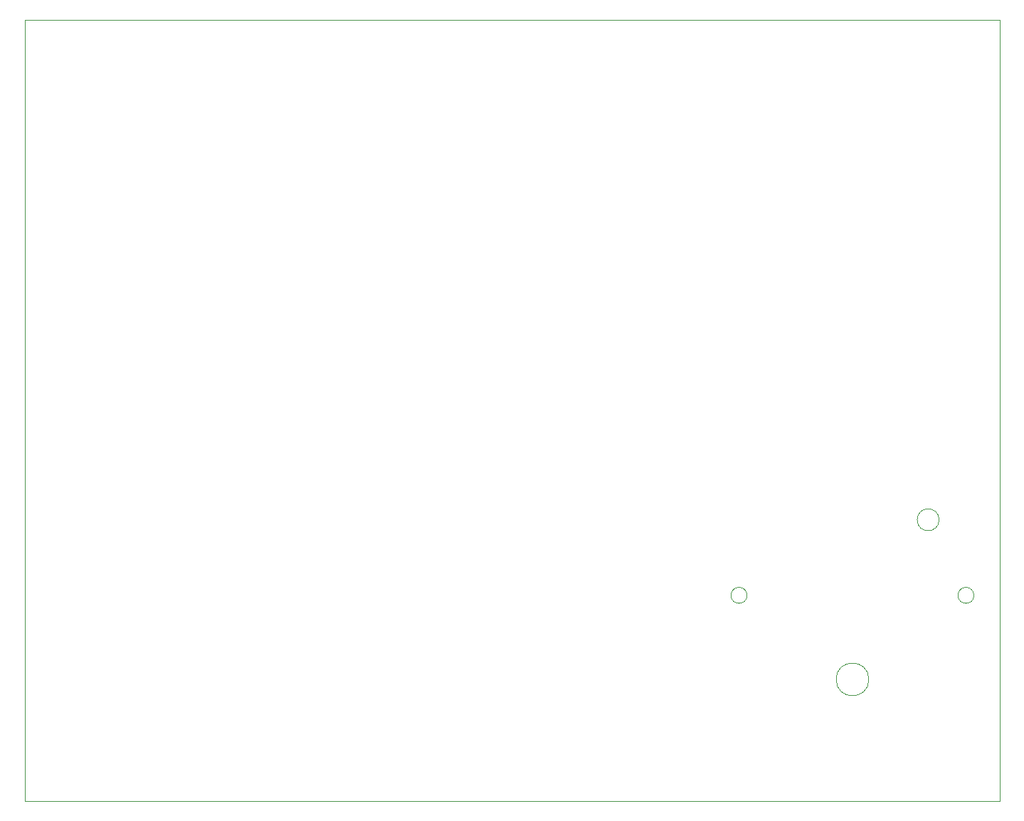
<source format=gbr>
%TF.GenerationSoftware,KiCad,Pcbnew,8.0.8*%
%TF.CreationDate,2025-03-11T11:38:08-07:00*%
%TF.ProjectId,final-PCB-display,66696e61-6c2d-4504-9342-2d646973706c,rev?*%
%TF.SameCoordinates,Original*%
%TF.FileFunction,Profile,NP*%
%FSLAX46Y46*%
G04 Gerber Fmt 4.6, Leading zero omitted, Abs format (unit mm)*
G04 Created by KiCad (PCBNEW 8.0.8) date 2025-03-11 11:38:08*
%MOMM*%
%LPD*%
G01*
G04 APERTURE LIST*
%TA.AperFunction,Profile*%
%ADD10C,0.050000*%
%TD*%
G04 APERTURE END LIST*
D10*
X81500000Y-44000000D02*
X197500000Y-44000000D01*
X197500000Y-137000000D01*
X81500000Y-137000000D01*
X81500000Y-44000000D01*
%TO.C,M1*%
X167450000Y-112500000D02*
G75*
G02*
X165550000Y-112500000I-950000J0D01*
G01*
X165550000Y-112500000D02*
G75*
G02*
X167450000Y-112500000I950000J0D01*
G01*
X181950000Y-122500000D02*
G75*
G02*
X178050000Y-122500000I-1950000J0D01*
G01*
X178050000Y-122500000D02*
G75*
G02*
X181950000Y-122500000I1950000J0D01*
G01*
X190300000Y-103500000D02*
G75*
G02*
X187700000Y-103500000I-1300000J0D01*
G01*
X187700000Y-103500000D02*
G75*
G02*
X190300000Y-103500000I1300000J0D01*
G01*
X194450000Y-112500000D02*
G75*
G02*
X192550000Y-112500000I-950000J0D01*
G01*
X192550000Y-112500000D02*
G75*
G02*
X194450000Y-112500000I950000J0D01*
G01*
%TD*%
M02*

</source>
